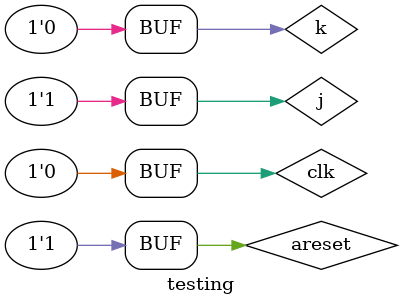
<source format=v>

`timescale 	1ns/1ps
module testing; 
  reg clk, areset, j,k ; 
  wire out ; 
  secondfsm DUT(.clk(clk), .areset(areset), .j(j),.k(k), .out(out));
  initial 
    begin 
      $dumpfile("dump.vcd");
      $dumpvars();
      
      #0.1 areset = 0; 
      	 clk = 0 ; 
      	j = 0 ; 
      	k = 0 ; 
      
      #0.15 areset = 1; 
     	 clk= 1;
     	 j = 1;
     	 k =1; 
 
      #0.2 areset = 0;
      	 clk =1 ;
      	j= 0;
      	k = 1;
      #0.25 areset = 1;
      	 clk =0 ;
      	j= 1;
      	k = 0;
      
 
      
     
      
    end 
endmodule 
      
  
</source>
